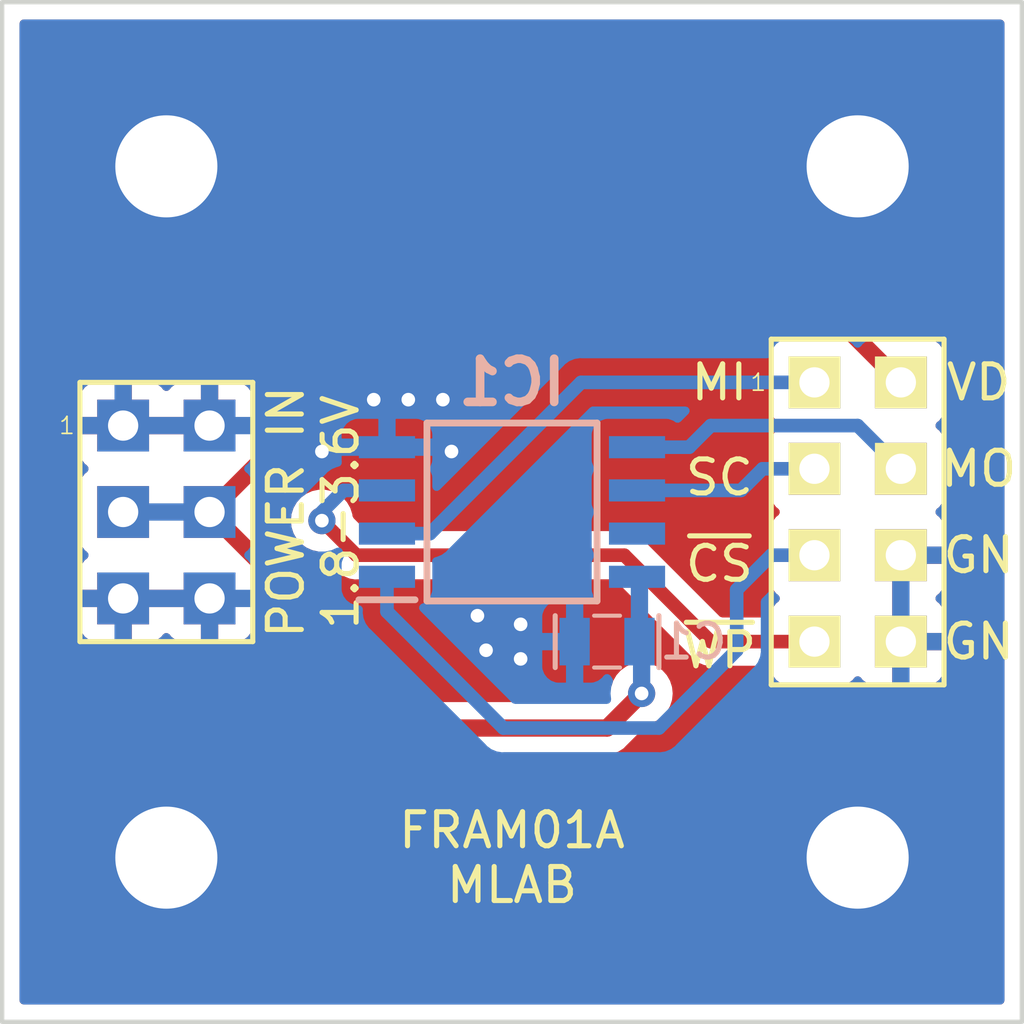
<source format=kicad_pcb>
(kicad_pcb (version 20211014) (generator pcbnew)
  (layers (0 "F.Cu" signal) (31 "B.Cu" signal) (34 "B.Paste" user) (35 "F.Paste" user) (36 "B.SilkS" user "B.Silkscreen") (37 "F.SilkS" user "F.Silkscreen") (38 "B.Mask" user) (39 "F.Mask" user) (44 "Edge.Cuts" user))
  (net 0 "")
  (net 1 "VDD")
  (net 2 "GND")
  (net 3 "~{CS}")
  (net 4 "MISO")
  (net 5 "~{WP}")
  (net 6 "MOSI")
  (net 7 "SCK")
  (footprint "Mlab_Mechanical:MountingHole_3mm" (layer "F.Cu") (at 127 76.2)
    (fp_text reference "H2" hide)
    (fp_text value "MountingHole_Pad" hide)
    (pad "1" thru_hole circle (at 0 0) (size 6 6) (drill 3) (layers *.Cu *.Mask) (net 2 "GND") (clearance 1))
  )
  (footprint "Mlab_Mechanical:MountingHole_3mm" (layer "F.Cu") (at 147.32 96.52)
    (fp_text reference "H1" hide)
    (fp_text value "MountingHole_Pad" hide)
    (pad "1" thru_hole circle (at 0 0) (size 6 6) (drill 3) (layers *.Cu *.Mask) (net 2 "GND") (clearance 1))
  )
  (footprint "Mlab_Pin_Headers:Straight_2x03" (layer "F.Cu") (at 127 86.36)
    (fp_text reference "J1" hide)
    (fp_text value "HEADER_2x03_PARALLEL" hide)
    (fp_text user "1" (at -2.921 -2.54) (layer "F.SilkS") (effects (font (size 0.5 0.5) (thickness 0.05))))
    (fp_line (start -2.54 -3.81) (end 2.54 -3.81) (layer "F.SilkS") (width 0.15))
    (fp_line (start -2.54 3.81) (end -2.54 -3.81) (layer "F.SilkS") (width 0.15))
    (fp_line (start 2.54 3.81) (end -2.54 3.81) (layer "F.SilkS") (width 0.15))
    (fp_line (start 2.54 -3.81) (end 2.54 3.81) (layer "F.SilkS") (width 0.15))
    (pad "1" thru_hole rect (at -1.27 -2.54) (size 1.524 1.524) (drill 0.889) (layers *.Cu *.Mask) (net 2 "GND"))
    (pad "2" thru_hole rect (at 1.27 -2.54) (size 1.524 1.524) (drill 0.889) (layers *.Cu *.Mask) (net 2 "GND"))
    (pad "3" thru_hole rect (at -1.27 0) (size 1.524 1.524) (drill 0.889) (layers *.Cu *.Mask) (net 1 "VDD"))
    (pad "4" thru_hole rect (at 1.27 0) (size 1.524 1.524) (drill 0.889) (layers *.Cu *.Mask) (net 1 "VDD"))
    (pad "5" thru_hole rect (at -1.27 2.54) (size 1.524 1.524) (drill 0.889) (layers *.Cu *.Mask) (net 2 "GND"))
    (pad "6" thru_hole rect (at 1.27 2.54) (size 1.524 1.524) (drill 0.889) (layers *.Cu *.Mask) (net 2 "GND"))
  )
  (footprint "Mlab_Mechanical:MountingHole_3mm" (layer "F.Cu") (at 127 96.52)
    (fp_text reference "H4" hide)
    (fp_text value "MountingHole_Pad" hide)
    (pad "1" thru_hole circle (at 0 0) (size 6 6) (drill 3) (layers *.Cu *.Mask) (net 2 "GND") (clearance 1))
  )
  (footprint "Mlab_Pin_Headers:Straight_2x04" (layer "F.Cu") (at 147.32 86.36)
    (fp_text reference "J2" hide)
    (fp_text value "HEADER_2x04" hide)
    (fp_text user "1" (at -2.921 -3.81) (layer "F.SilkS") (effects (font (size 0.5 0.5) (thickness 0.05))))
    (fp_line (start 2.54 5.08) (end -2.54 5.08) (layer "F.SilkS") (width 0.15))
    (fp_line (start -2.54 5.08) (end -2.54 -5.08) (layer "F.SilkS") (width 0.15))
    (fp_line (start 2.54 -5.08) (end 2.54 5.08) (layer "F.SilkS") (width 0.15))
    (fp_line (start -2.54 -5.08) (end 2.54 -5.08) (layer "F.SilkS") (width 0.15))
    (pad "1" thru_hole rect (at -1.27 -3.81) (size 1.524 1.524) (drill 0.889) (layers *.Cu *.Mask "F.SilkS") (net 4 "MISO"))
    (pad "2" thru_hole rect (at 1.27 -3.81) (size 1.524 1.524) (drill 0.889) (layers *.Cu *.Mask "F.SilkS") (net 1 "VDD"))
    (pad "3" thru_hole rect (at -1.27 -1.27) (size 1.524 1.524) (drill 0.889) (layers *.Cu *.Mask "F.SilkS") (net 7 "SCK"))
    (pad "4" thru_hole rect (at 1.27 -1.27) (size 1.524 1.524) (drill 0.889) (layers *.Cu *.Mask "F.SilkS") (net 6 "MOSI"))
    (pad "5" thru_hole rect (at -1.27 1.27) (size 1.524 1.524) (drill 0.889) (layers *.Cu *.Mask "F.SilkS") (net 3 "~{CS}"))
    (pad "6" thru_hole rect (at 1.27 1.27) (size 1.524 1.524) (drill 0.889) (layers *.Cu *.Mask "F.SilkS") (net 2 "GND"))
    (pad "7" thru_hole rect (at -1.27 3.81) (size 1.524 1.524) (drill 0.889) (layers *.Cu *.Mask "F.SilkS") (net 5 "~{WP}"))
    (pad "8" thru_hole rect (at 1.27 3.81) (size 1.524 1.524) (drill 0.889) (layers *.Cu *.Mask "F.SilkS") (net 2 "GND"))
  )
  (footprint "Mlab_Mechanical:MountingHole_3mm" (layer "F.Cu") (at 147.32 76.2)
    (fp_text reference "H3" hide)
    (fp_text value "MountingHole_Pad" hide)
    (pad "1" thru_hole circle (at 0 0) (size 6 6) (drill 3) (layers *.Cu *.Mask) (net 2 "GND") (clearance 1))
  )
  (footprint "KiCad:SOIC127P800X203-8N" (layer "B.Cu") (at 137.16 86.36)
    (fp_text reference "IC1" (at 0 -3.81) (layer "B.SilkS") (effects (font (size 1.27 1.27) (thickness 0.254)) (justify mirror)))
    (fp_text value "CY15B108QN-40SXI" hide)
    (fp_line (start 2.5 -2.615) (end -2.5 -2.615) (layer "B.SilkS") (width 0.2))
    (fp_line (start 2.5 2.615) (end 2.5 -2.615) (layer "B.SilkS") (width 0.2))
    (fp_line (start -4.5 2.58) (end -2.85 2.58) (layer "B.SilkS") (width 0.2))
    (fp_line (start -2.5 -2.615) (end -2.5 2.615) (layer "B.SilkS") (width 0.2))
    (fp_line (start -2.5 2.615) (end 2.5 2.615) (layer "B.SilkS") (width 0.2))
    (pad "1" smd rect locked (at -3.675 1.905 270) (size 0.65 1.65) (layers "B.Cu" "B.Paste" "B.Mask") (net 3 "~{CS}"))
    (pad "2" smd rect locked (at -3.675 0.635 270) (size 0.65 1.65) (layers "B.Cu" "B.Paste" "B.Mask") (net 4 "MISO"))
    (pad "3" smd rect locked (at -3.675 -0.635 270) (size 0.65 1.65) (layers "B.Cu" "B.Paste" "B.Mask") (net 5 "~{WP}"))
    (pad "4" smd rect locked (at -3.675 -1.905 270) (size 0.65 1.65) (layers "B.Cu" "B.Paste" "B.Mask") (net 2 "GND"))
    (pad "5" smd rect locked (at 3.675 -1.905 270) (size 0.65 1.65) (layers "B.Cu" "B.Paste" "B.Mask") (net 6 "MOSI"))
    (pad "6" smd rect locked (at 3.675 -0.635 270) (size 0.65 1.65) (layers "B.Cu" "B.Paste" "B.Mask") (net 7 "SCK"))
    (pad "7" smd rect locked (at 3.675 0.635 270) (size 0.65 1.65) (layers "B.Cu" "B.Paste" "B.Mask"))
    (pad "8" smd rect locked (at 3.675 1.905 270) (size 0.65 1.65) (layers "B.Cu" "B.Paste" "B.Mask") (net 1 "VDD"))
  )
  (footprint "Mlab_R:SMD-0805" (layer "B.Cu") (at 139.954 90.17 180)
    (fp_text reference "C1" (at -2.54 0) (layer "B.SilkS") (effects (justify mirror)))
    (fp_text value "100nF")
    (fp_line (start -0.381 0.762) (end 0.381 0.762) (layer "B.SilkS") (width 0.12))
    (fp_line (start 1.524 0.762) (end 1.524 -0.762) (layer "B.SilkS") (width 0.15))
    (fp_line (start -1.524 -0.762) (end -1.524 0.762) (layer "B.SilkS") (width 0.15))
    (fp_line (start -0.381 -0.762) (end 0.381 -0.762) (layer "B.SilkS") (width 0.12))
    (pad "1" smd rect locked (at -0.9525 0 180) (size 0.889 1.397) (layers "B.Cu" "B.Paste" "B.Mask") (net 1 "VDD"))
    (pad "2" smd rect locked (at 0.9525 0 180) (size 0.889 1.397) (layers "B.Cu" "B.Paste" "B.Mask") (net 2 "GND"))
  )
  (gr_line (start 122.174 71.374) (end 152.146 71.374) (layer "Edge.Cuts") (width 0.127))
  (gr_line (start 152.146 101.346) (end 122.174 101.346) (layer "Edge.Cuts") (width 0.127))
  (gr_line (start 122.174 101.346) (end 122.174 71.374) (layer "Edge.Cuts") (width 0.127))
  (gr_line (start 152.146 71.374) (end 152.146 101.346) (layer "Edge.Cuts") (width 0.127))
  (gr_text "VD" (at 150.876 82.55) (layer "F.SilkS") (effects (font (size 1 1))))
  (gr_text "POWER IN\n1.8-3.6V" (at 131.318 86.36 90) (layer "F.SilkS") (effects (font (size 1 1))))
  (gr_text "GN" (at 150.876 87.63) (layer "F.SilkS") (effects (font (size 1 1))))
  (gr_text "MI" (at 143.256 82.55) (layer "F.SilkS") (effects (font (size 1 1))))
  (gr_text "FRAM01A\nMLAB" (at 137.16 96.52) (layer "F.SilkS") (effects (font (size 1 1))))
  (gr_text "~{WP}" (at 143.256 90.424) (layer "F.SilkS") (effects (font (size 1 1))))
  (gr_text "~{CS}" (at 143.256 87.884) (layer "F.SilkS") (effects (font (size 1 1))))
  (gr_text "GN" (at 150.876 90.17) (layer "F.SilkS") (effects (font (size 1 1))))
  (gr_text "MO" (at 150.876 85.09) (layer "F.SilkS") (effects (font (size 1 1))))
  (gr_text "SC" (at 143.256 85.344) (layer "F.SilkS") (effects (font (size 1 1))))
  (segment (start 128.27 86.36) (end 133.604 81.026) (width 0.508) (layer "F.Cu") (net 1))
  (segment (start 147.066 81.026) (end 148.59 82.55) (width 0.508) (layer "F.Cu") (net 1))
  (segment (start 128.27 86.36) (end 134.62 92.71) (width 0.508) (layer "F.Cu") (net 1))
  (segment (start 133.604 81.026) (end 147.066 81.026) (width 0.508) (layer "F.Cu") (net 1))
  (segment (start 139.954 92.71) (end 140.97 91.694) (width 0.508) (layer "F.Cu") (net 1))
  (segment (start 134.62 92.71) (end 139.954 92.71) (width 0.508) (layer "F.Cu") (net 1))
  (via (at 140.97 91.694) (size 0.8) (drill 0.4) (layers "F.Cu" "B.Cu") (net 1))
  (segment (start 140.97 91.694) (end 140.97 90.2335) (width 0.508) (layer "B.Cu") (net 1))
  (segment (start 140.9065 90.17) (end 140.9065 88.3365) (width 0.508) (layer "B.Cu") (net 1))
  (segment (start 140.9065 88.3365) (end 140.835 88.265) (width 0.25) (layer "B.Cu") (net 1))
  (segment (start 140.97 90.2335) (end 140.9065 90.17) (width 0.25) (layer "B.Cu") (net 1))
  (segment (start 128.27 86.36) (end 125.73 86.36) (width 0.508) (layer "B.Cu") (net 1))
  (via (at 134.112 83.058) (size 0.8) (drill 0.4) (layers "F.Cu" "B.Cu") (net 2))
  (via (at 137.414 89.662) (size 0.8) (drill 0.4) (layers "F.Cu" "B.Cu") (net 2))
  (via (at 131.572 84.582) (size 0.8) (drill 0.4) (layers "F.Cu" "B.Cu") (net 2))
  (via (at 136.398 90.424) (size 0.8) (drill 0.4) (layers "F.Cu" "B.Cu") (net 2))
  (via (at 135.128 83.058) (size 0.8) (drill 0.4) (layers "F.Cu" "B.Cu") (net 2))
  (via (at 135.382 84.582) (size 0.8) (drill 0.4) (layers "F.Cu" "B.Cu") (net 2))
  (via (at 136.144 89.408) (size 0.8) (drill 0.4) (layers "F.Cu" "B.Cu") (net 2))
  (via (at 133.096 83.058) (size 0.8) (drill 0.4) (layers "F.Cu" "B.Cu") (net 2))
  (via (at 137.414 90.678) (size 0.8) (drill 0.4) (layers "F.Cu" "B.Cu") (net 2))
  (segment (start 143.764 88.646) (end 144.78 87.63) (width 0.4) (layer "B.Cu") (net 3))
  (segment (start 144.78 87.63) (end 146.05 87.63) (width 0.4) (layer "B.Cu") (net 3))
  (segment (start 133.485 88.265) (end 133.485 89.289) (width 0.4) (layer "B.Cu") (net 3))
  (segment (start 143.764 90.424) (end 143.764 88.646) (width 0.4) (layer "B.Cu") (net 3))
  (segment (start 136.906 92.71) (end 141.478 92.71) (width 0.4) (layer "B.Cu") (net 3))
  (segment (start 141.478 92.71) (end 143.764 90.424) (width 0.4) (layer "B.Cu") (net 3))
  (segment (start 133.485 89.289) (end 136.906 92.71) (width 0.4) (layer "B.Cu") (net 3))
  (segment (start 133.485 86.995) (end 134.747 86.995) (width 0.4) (layer "B.Cu") (net 4))
  (segment (start 139.192 82.55) (end 146.05 82.55) (width 0.4) (layer "B.Cu") (net 4))
  (segment (start 134.747 86.995) (end 139.192 82.55) (width 0.4) (layer "B.Cu") (net 4))
  (segment (start 143.002 90.17) (end 146.05 90.17) (width 0.4) (layer "F.Cu") (net 5))
  (segment (start 131.572 86.614) (end 132.588 87.63) (width 0.4) (layer "F.Cu") (net 5))
  (segment (start 132.588 87.63) (end 140.462 87.63) (width 0.4) (layer "F.Cu") (net 5))
  (segment (start 140.462 87.63) (end 143.002 90.17) (width 0.4) (layer "F.Cu") (net 5))
  (via (at 131.572 86.614) (size 0.8) (drill 0.4) (layers "F.Cu" "B.Cu") (net 5))
  (segment (start 131.572 86.36) (end 131.572 86.614) (width 0.25) (layer "B.Cu") (net 5))
  (segment (start 132.207 85.725) (end 131.572 86.36) (width 0.4) (layer "B.Cu") (net 5))
  (segment (start 133.485 85.725) (end 132.207 85.725) (width 0.4) (layer "B.Cu") (net 5))
  (segment (start 140.835 84.455) (end 142.367 84.455) (width 0.4) (layer "B.Cu") (net 6))
  (segment (start 143.002 83.82) (end 147.32 83.82) (width 0.4) (layer "B.Cu") (net 6))
  (segment (start 147.32 83.82) (end 148.59 85.09) (width 0.4) (layer "B.Cu") (net 6))
  (segment (start 142.367 84.455) (end 143.002 83.82) (width 0.4) (layer "B.Cu") (net 6))
  (segment (start 140.835 85.725) (end 143.891 85.725) (width 0.4) (layer "B.Cu") (net 7))
  (segment (start 143.891 85.725) (end 144.526 85.09) (width 0.4) (layer "B.Cu") (net 7))
  (segment (start 144.526 85.09) (end 146.05 85.09) (width 0.4) (layer "B.Cu") (net 7))
  (zone (net 2) (net_name "GND") (layers F&B.Cu) (connect_pads (clearance 0.508)) (min_thickness 0.254) (fill yes (thermal_gap 0.508) (thermal_bridge_width 0.508))
    (polygon (pts (xy 151.638 100.838) (xy 122.682 100.838) (xy 122.682 71.882) (xy 151.638 71.882)))
  )
)
</source>
